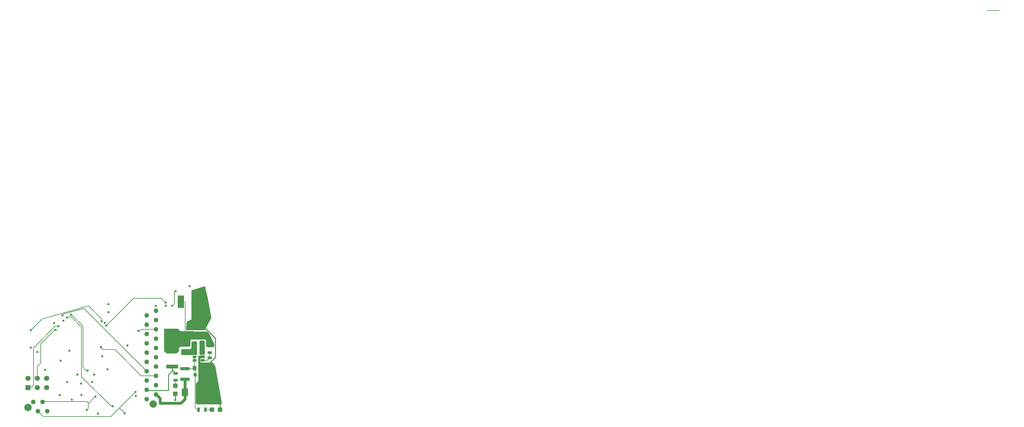
<source format=gbl>
G04 #@! TF.GenerationSoftware,KiCad,Pcbnew,(5.1.4-0-10_14)*
G04 #@! TF.CreationDate,2020-01-14T22:28:18-05:00*
G04 #@! TF.ProjectId,throttle,7468726f-7474-46c6-952e-6b696361645f,rev?*
G04 #@! TF.SameCoordinates,Original*
G04 #@! TF.FileFunction,Copper,L4,Bot*
G04 #@! TF.FilePolarity,Positive*
%FSLAX46Y46*%
G04 Gerber Fmt 4.6, Leading zero omitted, Abs format (unit mm)*
G04 Created by KiCad (PCBNEW (5.1.4-0-10_14)) date 2020-01-14 22:28:18*
%MOMM*%
%LPD*%
G04 APERTURE LIST*
%ADD10R,1.780000X3.500000*%
%ADD11R,1.000000X1.250000*%
%ADD12C,0.100000*%
%ADD13C,0.875000*%
%ADD14R,2.500000X0.900000*%
%ADD15R,2.000000X1.200000*%
%ADD16R,1.300000X0.700000*%
%ADD17R,3.200000X1.000000*%
%ADD18R,1.060000X0.650000*%
%ADD19R,1.600000X1.000000*%
%ADD20R,1.250000X1.000000*%
%ADD21R,1.778000X2.159000*%
%ADD22R,1.200000X1.200000*%
%ADD23R,0.700000X1.300000*%
%ADD24C,1.300000*%
%ADD25C,2.000000*%
%ADD26C,1.400000*%
%ADD27R,1.400000X1.400000*%
%ADD28C,0.800000*%
%ADD29C,0.609600*%
%ADD30C,0.152400*%
%ADD31C,0.381000*%
%ADD32C,0.254000*%
%ADD33C,0.250000*%
%ADD34C,0.762000*%
G04 APERTURE END LIST*
D10*
X124968000Y-64185800D03*
X119688000Y-64185800D03*
D11*
X125503800Y-75898300D03*
X123503800Y-75898300D03*
X123424300Y-82311800D03*
X125424300Y-82311800D03*
D12*
G36*
X123786311Y-83643793D02*
G01*
X123807546Y-83646943D01*
X123828370Y-83652159D01*
X123848582Y-83659391D01*
X123867988Y-83668570D01*
X123886401Y-83679606D01*
X123903644Y-83692394D01*
X123919550Y-83706810D01*
X123933966Y-83722716D01*
X123946754Y-83739959D01*
X123957790Y-83758372D01*
X123966969Y-83777778D01*
X123974201Y-83797990D01*
X123979417Y-83818814D01*
X123982567Y-83840049D01*
X123983620Y-83861490D01*
X123983620Y-84373990D01*
X123982567Y-84395431D01*
X123979417Y-84416666D01*
X123974201Y-84437490D01*
X123966969Y-84457702D01*
X123957790Y-84477108D01*
X123946754Y-84495521D01*
X123933966Y-84512764D01*
X123919550Y-84528670D01*
X123903644Y-84543086D01*
X123886401Y-84555874D01*
X123867988Y-84566910D01*
X123848582Y-84576089D01*
X123828370Y-84583321D01*
X123807546Y-84588537D01*
X123786311Y-84591687D01*
X123764870Y-84592740D01*
X123327370Y-84592740D01*
X123305929Y-84591687D01*
X123284694Y-84588537D01*
X123263870Y-84583321D01*
X123243658Y-84576089D01*
X123224252Y-84566910D01*
X123205839Y-84555874D01*
X123188596Y-84543086D01*
X123172690Y-84528670D01*
X123158274Y-84512764D01*
X123145486Y-84495521D01*
X123134450Y-84477108D01*
X123125271Y-84457702D01*
X123118039Y-84437490D01*
X123112823Y-84416666D01*
X123109673Y-84395431D01*
X123108620Y-84373990D01*
X123108620Y-83861490D01*
X123109673Y-83840049D01*
X123112823Y-83818814D01*
X123118039Y-83797990D01*
X123125271Y-83777778D01*
X123134450Y-83758372D01*
X123145486Y-83739959D01*
X123158274Y-83722716D01*
X123172690Y-83706810D01*
X123188596Y-83692394D01*
X123205839Y-83679606D01*
X123224252Y-83668570D01*
X123243658Y-83659391D01*
X123263870Y-83652159D01*
X123284694Y-83646943D01*
X123305929Y-83643793D01*
X123327370Y-83642740D01*
X123764870Y-83642740D01*
X123786311Y-83643793D01*
X123786311Y-83643793D01*
G37*
D13*
X123546120Y-84117740D03*
D12*
G36*
X125361311Y-83643793D02*
G01*
X125382546Y-83646943D01*
X125403370Y-83652159D01*
X125423582Y-83659391D01*
X125442988Y-83668570D01*
X125461401Y-83679606D01*
X125478644Y-83692394D01*
X125494550Y-83706810D01*
X125508966Y-83722716D01*
X125521754Y-83739959D01*
X125532790Y-83758372D01*
X125541969Y-83777778D01*
X125549201Y-83797990D01*
X125554417Y-83818814D01*
X125557567Y-83840049D01*
X125558620Y-83861490D01*
X125558620Y-84373990D01*
X125557567Y-84395431D01*
X125554417Y-84416666D01*
X125549201Y-84437490D01*
X125541969Y-84457702D01*
X125532790Y-84477108D01*
X125521754Y-84495521D01*
X125508966Y-84512764D01*
X125494550Y-84528670D01*
X125478644Y-84543086D01*
X125461401Y-84555874D01*
X125442988Y-84566910D01*
X125423582Y-84576089D01*
X125403370Y-84583321D01*
X125382546Y-84588537D01*
X125361311Y-84591687D01*
X125339870Y-84592740D01*
X124902370Y-84592740D01*
X124880929Y-84591687D01*
X124859694Y-84588537D01*
X124838870Y-84583321D01*
X124818658Y-84576089D01*
X124799252Y-84566910D01*
X124780839Y-84555874D01*
X124763596Y-84543086D01*
X124747690Y-84528670D01*
X124733274Y-84512764D01*
X124720486Y-84495521D01*
X124709450Y-84477108D01*
X124700271Y-84457702D01*
X124693039Y-84437490D01*
X124687823Y-84416666D01*
X124684673Y-84395431D01*
X124683620Y-84373990D01*
X124683620Y-83861490D01*
X124684673Y-83840049D01*
X124687823Y-83818814D01*
X124693039Y-83797990D01*
X124700271Y-83777778D01*
X124709450Y-83758372D01*
X124720486Y-83739959D01*
X124733274Y-83722716D01*
X124747690Y-83706810D01*
X124763596Y-83692394D01*
X124780839Y-83679606D01*
X124799252Y-83668570D01*
X124818658Y-83659391D01*
X124838870Y-83652159D01*
X124859694Y-83646943D01*
X124880929Y-83643793D01*
X124902370Y-83642740D01*
X125339870Y-83642740D01*
X125361311Y-83643793D01*
X125361311Y-83643793D01*
G37*
D13*
X125121120Y-84117740D03*
D14*
X120757300Y-85349300D03*
X120757300Y-82449300D03*
D15*
X120818260Y-77993400D03*
X120818260Y-74793400D03*
D16*
X127508000Y-76128800D03*
X127508000Y-78028800D03*
X127521320Y-81361880D03*
X127521320Y-79461880D03*
D17*
X117246400Y-75640000D03*
X117246400Y-81840000D03*
D18*
X125619000Y-78242500D03*
X125619000Y-79192500D03*
X125619000Y-80142500D03*
X123419000Y-80142500D03*
X123419000Y-78242500D03*
X123419000Y-79192500D03*
D19*
X125222000Y-73612000D03*
X125222000Y-70612000D03*
D20*
X122682000Y-72866000D03*
X122682000Y-70866000D03*
D21*
X124821300Y-88915800D03*
X120757300Y-88915800D03*
D22*
X128096200Y-93601800D03*
X130296200Y-93601800D03*
D23*
X124446200Y-93601800D03*
X126346200Y-93601800D03*
D22*
X118160800Y-87114200D03*
X118160800Y-89314200D03*
D24*
X81965800Y-91490800D03*
X79425800Y-91490800D03*
X80695800Y-94030800D03*
X83235800Y-94030800D03*
D25*
X78025800Y-92990800D03*
X112150000Y-92100000D03*
D24*
X112890000Y-66570000D03*
X110350000Y-67840000D03*
X112890000Y-69110000D03*
X110350000Y-70380000D03*
X112890000Y-71650000D03*
X110350000Y-72920000D03*
X112890000Y-74190000D03*
X110350000Y-75460000D03*
X112890000Y-76730000D03*
X110350000Y-78000000D03*
X112890000Y-79270000D03*
X110350000Y-80540000D03*
X112890000Y-81810000D03*
X112890000Y-84350000D03*
X112890000Y-86890000D03*
X112890000Y-89430000D03*
X110350000Y-83080000D03*
X110350000Y-90700000D03*
X110350000Y-88160000D03*
X110350000Y-85620000D03*
D26*
X83058000Y-85090000D03*
X83058000Y-87630000D03*
X80518000Y-85090000D03*
X80518000Y-87630000D03*
X77978000Y-85090000D03*
D27*
X77978000Y-87630000D03*
D16*
X118186200Y-85567600D03*
X118186200Y-83667600D03*
D28*
X128625600Y-82778600D03*
X128905000Y-85242400D03*
X129120900Y-87744300D03*
X125575680Y-90678000D03*
D29*
X97028000Y-94706000D03*
X124637800Y-79286100D03*
X124637800Y-84112100D03*
D28*
X130254360Y-91117980D03*
D29*
X126238000Y-69342000D03*
X118122700Y-90982800D03*
X126250700Y-67119500D03*
X123952000Y-68326000D03*
X99900000Y-64800000D03*
X112776000Y-65278000D03*
X78740000Y-76708000D03*
X86625000Y-89675000D03*
D28*
X128456040Y-91181480D03*
D29*
X122025000Y-59925000D03*
X86900000Y-80250000D03*
X92575000Y-89650000D03*
X115550000Y-65225000D03*
X107350000Y-89850000D03*
X99925000Y-67000000D03*
X85100000Y-69975000D03*
X80550000Y-77850000D03*
X89275000Y-77550000D03*
X99682300Y-82575400D03*
X105130600Y-76085700D03*
X99682300Y-82575400D03*
X98234500Y-79044800D03*
X78725000Y-71900000D03*
X98100000Y-69500000D03*
X86325000Y-70875000D03*
X85500000Y-71850000D03*
X97904300Y-76517500D03*
X82675000Y-82800000D03*
X115550000Y-64375000D03*
X99350000Y-70700000D03*
X95475000Y-86100000D03*
X88650000Y-86075000D03*
X98875000Y-69925000D03*
X94275000Y-82925000D03*
X89675000Y-67675000D03*
X101092000Y-92710000D03*
X88675000Y-68475000D03*
X89916000Y-90906600D03*
X87625000Y-69325000D03*
X87425000Y-67875000D03*
X93980000Y-93726000D03*
X96378875Y-90021231D03*
X107325000Y-88775000D03*
X104375000Y-94625000D03*
X92456000Y-86533410D03*
X108050000Y-72150000D03*
X91500000Y-84025000D03*
X96000000Y-84025000D03*
X117327201Y-65278000D03*
X118250000Y-61250000D03*
D30*
X339300000Y15375000D02*
X342675000Y15375000D01*
D31*
X128519540Y-91117980D02*
X128456040Y-91181480D01*
D30*
X124821300Y-89106300D02*
X124821300Y-88915800D01*
D32*
X125424300Y-82186800D02*
X125424300Y-82311800D01*
X126249220Y-81361880D02*
X125424300Y-82186800D01*
X127521320Y-81361880D02*
X126249220Y-81361880D01*
X124835000Y-79192500D02*
X125619000Y-79192500D01*
X124809599Y-79217901D02*
X124835000Y-79192500D01*
X124809599Y-80818099D02*
X124809599Y-79217901D01*
X125424300Y-81432800D02*
X124809599Y-80818099D01*
X125424300Y-82311800D02*
X125424300Y-81432800D01*
D30*
X125424300Y-83814560D02*
X125121120Y-84117740D01*
D32*
X125424300Y-82311800D02*
X125424300Y-83814560D01*
D30*
X125121120Y-84117740D02*
X124643440Y-84117740D01*
X124643440Y-84117740D02*
X124637800Y-84112100D01*
X124821300Y-84295600D02*
X124637800Y-84112100D01*
D32*
X124821300Y-88915800D02*
X124821300Y-84295600D01*
D30*
X124731400Y-79192500D02*
X124637800Y-79286100D01*
X125619000Y-79192500D02*
X124731400Y-79192500D01*
D32*
X124859400Y-67469400D02*
X124040900Y-68287900D01*
X125011800Y-67469400D02*
X124859400Y-67469400D01*
X130296200Y-91159820D02*
X130254360Y-91117980D01*
X130296200Y-93601800D02*
X130296200Y-91159820D01*
X127521320Y-81674320D02*
X128625600Y-82778600D01*
X127521320Y-81361880D02*
X127521320Y-81674320D01*
X128625600Y-84963000D02*
X128905000Y-85242400D01*
X128625600Y-82778600D02*
X128625600Y-84963000D01*
X128905000Y-87528400D02*
X129120900Y-87744300D01*
X128905000Y-85242400D02*
X128905000Y-87528400D01*
X118160800Y-90944700D02*
X118122700Y-90982800D01*
X118160800Y-89314200D02*
X118160800Y-90944700D01*
D30*
X122682000Y-70866000D02*
X122936000Y-70866000D01*
D32*
X125900800Y-67469400D02*
X126250700Y-67119500D01*
X125011800Y-67469400D02*
X125900800Y-67469400D01*
D30*
X124968000Y-70358000D02*
X125222000Y-70612000D01*
D32*
X124968000Y-64185800D02*
X124968000Y-70358000D01*
D30*
X124968000Y-70866000D02*
X125222000Y-70612000D01*
D32*
X122682000Y-70866000D02*
X124968000Y-70866000D01*
X126238000Y-69773052D02*
X126238000Y-69342000D01*
X126238000Y-69896000D02*
X126238000Y-69773052D01*
X125522000Y-70612000D02*
X126238000Y-69896000D01*
D30*
X125222000Y-70612000D02*
X125522000Y-70612000D01*
D32*
X127521320Y-80859480D02*
X127521320Y-81361880D01*
X129032000Y-79348800D02*
X127521320Y-80859480D01*
X125522000Y-70612000D02*
X129032000Y-74122000D01*
X129032000Y-74122000D02*
X129032000Y-79348800D01*
X128443340Y-91194180D02*
X128456040Y-91181480D01*
X124821300Y-89923620D02*
X125575680Y-90678000D01*
X124821300Y-88915800D02*
X124821300Y-89923620D01*
X126079160Y-91181480D02*
X128456040Y-91181480D01*
X125575680Y-90678000D02*
X126079160Y-91181480D01*
X130190860Y-91181480D02*
X130254360Y-91117980D01*
X128456040Y-91181480D02*
X130190860Y-91181480D01*
X117246400Y-82727800D02*
X118186200Y-83667600D01*
X117246400Y-81840000D02*
X117246400Y-82550000D01*
X117246400Y-82550000D02*
X117246400Y-82727800D01*
X110565000Y-88375000D02*
X110350000Y-88160000D01*
X116277800Y-88375000D02*
X110565000Y-88375000D01*
X116277800Y-84070600D02*
X116277800Y-88375000D01*
X117246400Y-81840000D02*
X117246400Y-83102000D01*
X117246400Y-83102000D02*
X116277800Y-84070600D01*
D30*
X123419000Y-80142500D02*
X123419000Y-79192500D01*
D33*
X123424300Y-83995920D02*
X123546120Y-84117740D01*
D32*
X123546120Y-82433620D02*
X123424300Y-82311800D01*
D30*
X123546120Y-84117740D02*
X123546120Y-82433620D01*
D32*
X123424300Y-80147800D02*
X123419000Y-80142500D01*
D30*
X123424300Y-82311800D02*
X123424300Y-80147800D01*
D32*
X123286800Y-82449300D02*
X123424300Y-82311800D01*
D30*
X120757300Y-82449300D02*
X123286800Y-82449300D01*
X124031000Y-93601800D02*
X124446200Y-93601800D01*
X123520200Y-84143660D02*
X123520200Y-93091000D01*
X123520200Y-93091000D02*
X124031000Y-93601800D01*
D32*
X123546120Y-84117740D02*
X123520200Y-84143660D01*
D30*
X125619000Y-78242500D02*
X125619000Y-76013500D01*
D32*
X125619000Y-76013500D02*
X125503800Y-75898300D01*
D33*
X121067360Y-78242500D02*
X120818260Y-77993400D01*
D32*
X123419000Y-75983100D02*
X123503800Y-75898300D01*
D30*
X123419000Y-78242500D02*
X123419000Y-75983100D01*
X120818260Y-77993400D02*
X123169900Y-77993400D01*
X123169900Y-77993400D02*
X123419000Y-78242500D01*
D33*
X116883800Y-75636820D02*
X116878720Y-75641900D01*
D30*
X120818260Y-72987460D02*
X120907160Y-72898560D01*
X117026040Y-72898560D02*
X116883800Y-73040800D01*
D32*
X116878720Y-73045880D02*
X116883800Y-73040800D01*
D30*
X116878720Y-75641900D02*
X116878720Y-73045880D01*
D32*
X117026800Y-72897800D02*
X116883800Y-73040800D01*
X120818260Y-72963840D02*
X120884300Y-72897800D01*
D30*
X120818260Y-74793400D02*
X120818260Y-72963840D01*
X121408300Y-73421800D02*
X120884300Y-72897800D01*
X123233800Y-73421800D02*
X121408300Y-73421800D01*
X125956200Y-73421800D02*
X127506080Y-74971680D01*
X123233800Y-73421800D02*
X125956200Y-73421800D01*
X117411700Y-72897800D02*
X117026800Y-72897800D01*
X120884300Y-72897800D02*
X117411700Y-72897800D01*
X122682000Y-72870000D02*
X123233800Y-73421800D01*
X122682000Y-72866000D02*
X122682000Y-72870000D01*
X120884300Y-72897800D02*
X120884300Y-64281700D01*
X120788400Y-64185800D02*
X119688000Y-64185800D01*
X120884300Y-64281700D02*
X120788400Y-64185800D01*
X127508000Y-74973600D02*
X127508000Y-76128800D01*
X127506080Y-74971680D02*
X127508000Y-74973600D01*
X128096200Y-93601800D02*
X126346200Y-93601800D01*
D32*
X118186200Y-87088800D02*
X118160800Y-87114200D01*
D30*
X118186200Y-85567600D02*
X118186200Y-87088800D01*
X126840700Y-80142500D02*
X125619000Y-80142500D01*
X127521320Y-79461880D02*
X126840700Y-80142500D01*
D32*
X127508000Y-79448560D02*
X127521320Y-79461880D01*
D30*
X127508000Y-78028800D02*
X127508000Y-79448560D01*
X98100000Y-68886287D02*
X98100000Y-69068948D01*
X98100000Y-69068948D02*
X98100000Y-69500000D01*
X81796452Y-68902496D02*
X94491713Y-65278000D01*
X78740000Y-71958948D02*
X81796452Y-68902496D01*
X94491713Y-65278000D02*
X98100000Y-68886287D01*
D31*
X120709660Y-88963440D02*
X120757300Y-88915800D01*
X120589660Y-89083440D02*
X120757300Y-88915800D01*
D34*
X120757300Y-85349300D02*
X120757300Y-88915800D01*
X113539999Y-90079999D02*
X112890000Y-89430000D01*
X114011001Y-90551001D02*
X113539999Y-90079999D01*
X119693599Y-91821001D02*
X114011001Y-91821001D01*
X120757300Y-90757300D02*
X119693599Y-91821001D01*
X120757300Y-88915800D02*
X120757300Y-90757300D01*
X114011001Y-90551001D02*
X114011001Y-91821001D01*
D30*
X112890000Y-86890000D02*
X113201399Y-87201399D01*
X112498601Y-86498601D02*
X112890000Y-86890000D01*
X78830400Y-87630000D02*
X78994000Y-87466400D01*
X78994000Y-87457800D02*
X79502000Y-86949800D01*
X77978000Y-87630000D02*
X78830400Y-87630000D01*
X78994000Y-87466400D02*
X78994000Y-87457800D01*
X79502000Y-82548000D02*
X79502000Y-82423000D01*
X79502000Y-86949800D02*
X79502000Y-82548000D01*
X85400000Y-70875000D02*
X86325000Y-70875000D01*
X79502000Y-82548000D02*
X79502000Y-76773000D01*
X79502000Y-76773000D02*
X85400000Y-70875000D01*
X80518000Y-82550000D02*
X80518000Y-82296000D01*
X80772000Y-85090000D02*
X80518000Y-84836000D01*
X80518000Y-84836000D02*
X80518000Y-82550000D01*
X85275000Y-71850000D02*
X85500000Y-71850000D01*
X81500000Y-75625000D02*
X85275000Y-71850000D01*
X80518000Y-82550000D02*
X80518000Y-81882000D01*
X81500000Y-80900000D02*
X81500000Y-75625000D01*
X80518000Y-81882000D02*
X81500000Y-80900000D01*
X98345100Y-77225000D02*
X97904300Y-76784200D01*
X101698208Y-77225000D02*
X98345100Y-77225000D01*
X97904300Y-76784200D02*
X97904300Y-76517500D01*
X101707208Y-77216000D02*
X101698208Y-77225000D01*
X108841208Y-84350000D02*
X101707208Y-77216000D01*
X112890000Y-84350000D02*
X108841208Y-84350000D01*
X99458300Y-70546042D02*
X99153501Y-70850841D01*
X106758342Y-63246000D02*
X99458300Y-70546042D01*
X114300000Y-63246000D02*
X106758342Y-63246000D01*
X115316000Y-64262000D02*
X114300000Y-63246000D01*
X92964000Y-71664000D02*
X92950000Y-71650000D01*
X92964000Y-71811000D02*
X92964000Y-71664000D01*
X93843948Y-82925000D02*
X94275000Y-82925000D01*
X93775000Y-82856052D02*
X93843948Y-82925000D01*
X93775000Y-82850000D02*
X93775000Y-82856052D01*
X92964000Y-82039000D02*
X93775000Y-82850000D01*
X92964000Y-71811000D02*
X92964000Y-82039000D01*
X89850000Y-67675000D02*
X89675000Y-67675000D01*
X92964000Y-71811000D02*
X92964000Y-70789000D01*
X92964000Y-70789000D02*
X89850000Y-67675000D01*
X92600000Y-84649052D02*
X100660948Y-92710000D01*
X89825000Y-68325000D02*
X92600000Y-71100000D01*
X92600000Y-71100000D02*
X92600000Y-84649052D01*
X88675000Y-68475000D02*
X88825000Y-68325000D01*
X100660948Y-92710000D02*
X101092000Y-92710000D01*
X88825000Y-68325000D02*
X89825000Y-68325000D01*
X110350000Y-82918000D02*
X110350000Y-83080000D01*
X93200000Y-65975000D02*
X93160678Y-65975000D01*
X110124953Y-82899955D02*
X93200000Y-65975000D01*
X87547414Y-67577586D02*
X87375000Y-67750000D01*
X93160678Y-65975000D02*
X87547414Y-67577586D01*
X93980000Y-93726000D02*
X94437200Y-93268800D01*
X96074076Y-90326030D02*
X96378875Y-90021231D01*
X94437200Y-92506800D02*
X94437200Y-91962906D01*
X81965800Y-91490800D02*
X82016600Y-91440000D01*
X82016600Y-91440000D02*
X93980000Y-91440000D01*
X94437200Y-93268800D02*
X94437200Y-92506800D01*
X93980000Y-91440000D02*
X94470053Y-91930053D01*
X94437200Y-91962906D02*
X94470053Y-91930053D01*
X94470053Y-91930053D02*
X96074076Y-90326030D01*
X100584000Y-95504000D02*
X102997000Y-93091000D01*
X80695800Y-94030800D02*
X82169000Y-95504000D01*
X82169000Y-95504000D02*
X100584000Y-95504000D01*
X104394000Y-91694000D02*
X102997000Y-93091000D01*
X107325000Y-88775000D02*
X104406000Y-91694000D01*
X104406000Y-91694000D02*
X104394000Y-91694000D01*
X102997000Y-93197000D02*
X102997000Y-93091000D01*
X104400000Y-94600000D02*
X102997000Y-93197000D01*
X112890000Y-71650000D02*
X112890000Y-71810000D01*
X108481052Y-72150000D02*
X108981052Y-71650000D01*
X111970762Y-71650000D02*
X112890000Y-71650000D01*
X108981052Y-71650000D02*
X111970762Y-71650000D01*
X108050000Y-72150000D02*
X108481052Y-72150000D01*
X117327201Y-65278000D02*
X117856000Y-64749201D01*
X117856000Y-61644000D02*
X118250000Y-61250000D01*
X117856000Y-64749201D02*
X117856000Y-61644000D01*
G36*
X124469934Y-79644836D02*
G01*
X124484800Y-79646300D01*
X124608600Y-79646300D01*
X124608600Y-80443900D01*
X124541364Y-80443900D01*
X124461000Y-80363536D01*
X124461000Y-79642126D01*
X124469934Y-79644836D01*
X124469934Y-79644836D01*
G37*
X124469934Y-79644836D02*
X124484800Y-79646300D01*
X124608600Y-79646300D01*
X124608600Y-80443900D01*
X124541364Y-80443900D01*
X124461000Y-80363536D01*
X124461000Y-79642126D01*
X124469934Y-79644836D01*
G36*
X124683600Y-79551664D02*
G01*
X124683600Y-80443900D01*
X124461000Y-80443900D01*
X124461000Y-79526664D01*
X124559800Y-79427864D01*
X124683600Y-79551664D01*
X124683600Y-79551664D01*
G37*
X124683600Y-79551664D02*
X124683600Y-80443900D01*
X124461000Y-80443900D01*
X124461000Y-79526664D01*
X124559800Y-79427864D01*
X124683600Y-79551664D01*
G36*
X126133600Y-74951664D02*
G01*
X126133600Y-78543900D01*
X124916364Y-78543900D01*
X124811000Y-78438536D01*
X124811000Y-74976664D01*
X124966364Y-74821300D01*
X126003236Y-74821300D01*
X126133600Y-74951664D01*
X126133600Y-74951664D01*
G37*
X126133600Y-74951664D02*
X126133600Y-78543900D01*
X124916364Y-78543900D01*
X124811000Y-78438536D01*
X124811000Y-74976664D01*
X124966364Y-74821300D01*
X126003236Y-74821300D01*
X126133600Y-74951664D01*
D32*
G36*
X123882800Y-78543100D02*
G01*
X119827133Y-78543100D01*
X119811800Y-78531600D01*
X119811800Y-77297706D01*
X119937406Y-77172100D01*
X122209800Y-77172100D01*
X122234576Y-77169660D01*
X122258401Y-77162433D01*
X122280357Y-77150697D01*
X122299603Y-77134903D01*
X122624603Y-76809903D01*
X122640397Y-76790657D01*
X122652133Y-76768701D01*
X122659360Y-76744876D01*
X122661800Y-76720100D01*
X122661800Y-75222706D01*
X122837406Y-75047100D01*
X123882800Y-75047100D01*
X123882800Y-78543100D01*
X123882800Y-78543100D01*
G37*
X123882800Y-78543100D02*
X119827133Y-78543100D01*
X119811800Y-78531600D01*
X119811800Y-77297706D01*
X119937406Y-77172100D01*
X122209800Y-77172100D01*
X122234576Y-77169660D01*
X122258401Y-77162433D01*
X122280357Y-77150697D01*
X122299603Y-77134903D01*
X122624603Y-76809903D01*
X122640397Y-76790657D01*
X122652133Y-76768701D01*
X122659360Y-76744876D01*
X122661800Y-76720100D01*
X122661800Y-75222706D01*
X122837406Y-75047100D01*
X123882800Y-75047100D01*
X123882800Y-78543100D01*
D30*
G36*
X119530918Y-72298982D02*
G01*
X119542466Y-72308458D01*
X119555640Y-72315500D01*
X119569934Y-72319836D01*
X119584568Y-72321300D01*
X126750236Y-72343130D01*
X127347760Y-72940653D01*
X128676400Y-75870094D01*
X128676400Y-76245736D01*
X128403236Y-76518900D01*
X126941364Y-76518900D01*
X126561000Y-76138536D01*
X126561000Y-74645100D01*
X126559536Y-74630234D01*
X126555200Y-74615940D01*
X126548158Y-74602766D01*
X126538682Y-74591218D01*
X126338682Y-74391218D01*
X126327134Y-74381742D01*
X126313960Y-74374700D01*
X126299666Y-74370364D01*
X126284800Y-74368900D01*
X122534800Y-74368900D01*
X122519934Y-74370364D01*
X122505640Y-74374700D01*
X122492466Y-74381742D01*
X122480918Y-74391218D01*
X122230918Y-74641218D01*
X122221442Y-74652766D01*
X122214400Y-74665940D01*
X122210064Y-74680234D01*
X122208600Y-74695100D01*
X122208600Y-76063536D01*
X121903236Y-76368900D01*
X119559800Y-76368900D01*
X119544934Y-76370364D01*
X119530640Y-76374700D01*
X119517466Y-76381742D01*
X119505918Y-76391218D01*
X119105918Y-76791218D01*
X119096442Y-76802766D01*
X119089400Y-76815940D01*
X119085064Y-76830234D01*
X119083600Y-76845100D01*
X119083600Y-77613536D01*
X118453236Y-78243900D01*
X115866364Y-78243900D01*
X115136000Y-77513536D01*
X115136000Y-73993171D01*
X115173202Y-73937368D01*
X115180230Y-73924187D01*
X115184551Y-73909888D01*
X115186000Y-73895100D01*
X115186000Y-71571300D01*
X118803236Y-71571300D01*
X119530918Y-72298982D01*
X119530918Y-72298982D01*
G37*
X119530918Y-72298982D02*
X119542466Y-72308458D01*
X119555640Y-72315500D01*
X119569934Y-72319836D01*
X119584568Y-72321300D01*
X126750236Y-72343130D01*
X127347760Y-72940653D01*
X128676400Y-75870094D01*
X128676400Y-76245736D01*
X128403236Y-76518900D01*
X126941364Y-76518900D01*
X126561000Y-76138536D01*
X126561000Y-74645100D01*
X126559536Y-74630234D01*
X126555200Y-74615940D01*
X126548158Y-74602766D01*
X126538682Y-74591218D01*
X126338682Y-74391218D01*
X126327134Y-74381742D01*
X126313960Y-74374700D01*
X126299666Y-74370364D01*
X126284800Y-74368900D01*
X122534800Y-74368900D01*
X122519934Y-74370364D01*
X122505640Y-74374700D01*
X122492466Y-74381742D01*
X122480918Y-74391218D01*
X122230918Y-74641218D01*
X122221442Y-74652766D01*
X122214400Y-74665940D01*
X122210064Y-74680234D01*
X122208600Y-74695100D01*
X122208600Y-76063536D01*
X121903236Y-76368900D01*
X119559800Y-76368900D01*
X119544934Y-76370364D01*
X119530640Y-76374700D01*
X119517466Y-76381742D01*
X119505918Y-76391218D01*
X119105918Y-76791218D01*
X119096442Y-76802766D01*
X119089400Y-76815940D01*
X119085064Y-76830234D01*
X119083600Y-76845100D01*
X119083600Y-77613536D01*
X118453236Y-78243900D01*
X115866364Y-78243900D01*
X115136000Y-77513536D01*
X115136000Y-73993171D01*
X115173202Y-73937368D01*
X115180230Y-73924187D01*
X115184551Y-73909888D01*
X115186000Y-73895100D01*
X115186000Y-71571300D01*
X118803236Y-71571300D01*
X119530918Y-72298982D01*
G36*
X124880918Y-80798982D02*
G01*
X124892466Y-80808458D01*
X124905640Y-80815500D01*
X124919934Y-80819836D01*
X124934572Y-80821300D01*
X128264270Y-80831282D01*
X128985369Y-81860192D01*
X130683198Y-91308193D01*
X130706142Y-92093900D01*
X124091364Y-92093900D01*
X123825000Y-91827536D01*
X123825000Y-86562664D01*
X124438682Y-85948982D01*
X124448158Y-85937434D01*
X124455200Y-85924260D01*
X124459536Y-85909966D01*
X124461000Y-85895100D01*
X124461000Y-80379064D01*
X124880918Y-80798982D01*
X124880918Y-80798982D01*
G37*
X124880918Y-80798982D02*
X124892466Y-80808458D01*
X124905640Y-80815500D01*
X124919934Y-80819836D01*
X124934572Y-80821300D01*
X128264270Y-80831282D01*
X128985369Y-81860192D01*
X130683198Y-91308193D01*
X130706142Y-92093900D01*
X124091364Y-92093900D01*
X123825000Y-91827536D01*
X123825000Y-86562664D01*
X124438682Y-85948982D01*
X124448158Y-85937434D01*
X124455200Y-85924260D01*
X124459536Y-85909966D01*
X124461000Y-85895100D01*
X124461000Y-80379064D01*
X124880918Y-80798982D01*
G36*
X126133600Y-79493900D02*
G01*
X124461000Y-79493900D01*
X124461000Y-79051664D01*
X124616364Y-78896300D01*
X126133600Y-78896300D01*
X126133600Y-79493900D01*
X126133600Y-79493900D01*
G37*
X126133600Y-79493900D02*
X124461000Y-79493900D01*
X124461000Y-79051664D01*
X124616364Y-78896300D01*
X126133600Y-78896300D01*
X126133600Y-79493900D01*
G36*
X127033186Y-63743494D02*
G01*
X127841682Y-68528438D01*
X126202636Y-71732862D01*
X125890146Y-71845465D01*
X125477272Y-71894700D01*
X125431910Y-71894700D01*
X121189100Y-71888564D01*
X121189100Y-71194313D01*
X121332998Y-69647870D01*
X122538999Y-69028790D01*
X122551555Y-69020699D01*
X122562292Y-69010313D01*
X122570796Y-68998032D01*
X122576741Y-68984328D01*
X122579898Y-68969728D01*
X122580396Y-68961757D01*
X122624845Y-64485093D01*
X122662325Y-61099386D01*
X126181979Y-60040429D01*
X127033186Y-63743494D01*
X127033186Y-63743494D01*
G37*
X127033186Y-63743494D02*
X127841682Y-68528438D01*
X126202636Y-71732862D01*
X125890146Y-71845465D01*
X125477272Y-71894700D01*
X125431910Y-71894700D01*
X121189100Y-71888564D01*
X121189100Y-71194313D01*
X121332998Y-69647870D01*
X122538999Y-69028790D01*
X122551555Y-69020699D01*
X122562292Y-69010313D01*
X122570796Y-68998032D01*
X122576741Y-68984328D01*
X122579898Y-68969728D01*
X122580396Y-68961757D01*
X122624845Y-64485093D01*
X122662325Y-61099386D01*
X126181979Y-60040429D01*
X127033186Y-63743494D01*
M02*

</source>
